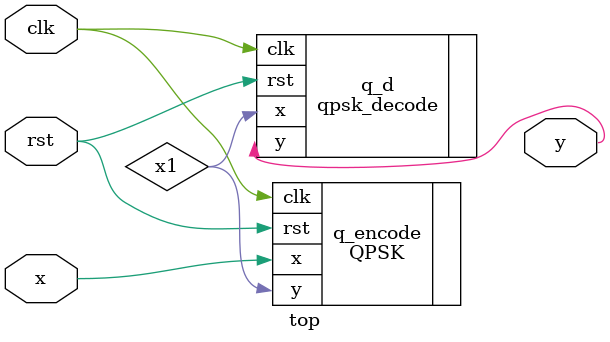
<source format=v>
`timescale 1ns / 1ps
module top(
    input clk,
	 input rst,
	 input x,
	 output y
    );
wire x1;
	 
QPSK   q_encode(.clk(clk),
                .rst(rst),
					 .x(x),
					 .y(x1)
					 );

qpsk_decode   q_d(.clk(clk),
                  .rst(rst),
						.x(x1),
						.y(y)
						);


endmodule

</source>
